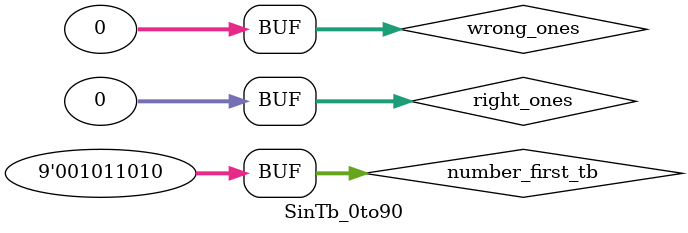
<source format=v>
`timescale 1ns / 1ps

module SinTb_0to90();

    reg [8:0]number_first_tb;
    wire whole_tb;
    wire [6:0]fraction_tb;
    wire sign_tb;
    reg [31:0]right_ones = 0;
    reg [31:0]wrong_ones = 0;
    
    Sin uut(.number_first(number_first_tb), 
            .whole(whole_tb), 
            .fraction(fraction_tb), 
            .sign(sign_tb)
            );
    
    initial begin
        number_first_tb = 0;
        //Exact Result = 0.0
        #5
        if((whole_tb == 0)&(fraction_tb == 0)&(sign_tb == 0)) begin
            right_ones = right_ones + 1;
        end
        if((whole_tb != 0)|(fraction_tb != 0)|(sign_tb != 0)) begin
            wrong_ones = wrong_ones + 1;
        end
        #5;
        number_first_tb = 1;
        //Exact Result = 0.01745240643728351
        #5
        if((whole_tb == 0)&(fraction_tb == 1)&(sign_tb == 0)) begin
            right_ones = right_ones + 1;
        end
        if((whole_tb != 0)|(fraction_tb != 1)|(sign_tb != 0)) begin
            wrong_ones = wrong_ones + 1;
        end
        #5;
        number_first_tb = 2;
        //Exact Result = 0.03489949670250097
        #5
        if((whole_tb == 0)&(fraction_tb == 3)&(sign_tb == 0)) begin
            right_ones = right_ones + 1;
        end
        if((whole_tb != 0)|(fraction_tb != 3)|(sign_tb != 0)) begin
            wrong_ones = wrong_ones + 1;
        end
        #5;
        number_first_tb = 3;
        //Exact Result = 0.052335956242943835
        #5
        if((whole_tb == 0)&(fraction_tb == 5)&(sign_tb == 0)) begin
            right_ones = right_ones + 1;
        end
        if((whole_tb != 0)|(fraction_tb != 5)|(sign_tb != 0)) begin
            wrong_ones = wrong_ones + 1;
        end
        #5;
        number_first_tb = 4;
        //Exact Result = 0.0697564737441253
        #5
        if((whole_tb == 0)&(fraction_tb == 6)&(sign_tb == 0)) begin
            right_ones = right_ones + 1;
        end
        if((whole_tb != 0)|(fraction_tb != 6)|(sign_tb != 0)) begin
            wrong_ones = wrong_ones + 1;
        end
        #5;
        number_first_tb = 5;
        //Exact Result = 0.08715574274765817
        #5
        if((whole_tb == 0)&(fraction_tb == 8)&(sign_tb == 0)) begin
            right_ones = right_ones + 1;
        end
        if((whole_tb != 0)|(fraction_tb != 8)|(sign_tb != 0)) begin
            wrong_ones = wrong_ones + 1;
        end
        #5;
        number_first_tb = 6;
        //Exact Result = 0.10452846326765347
        #5
        if((whole_tb == 0)&(fraction_tb == 10)&(sign_tb == 0)) begin
            right_ones = right_ones + 1;
        end
        if((whole_tb != 0)|(fraction_tb != 10)|(sign_tb != 0)) begin
            wrong_ones = wrong_ones + 1;
        end
        #5;
        number_first_tb = 7;
        //Exact Result = 0.12186934340514748
        #5
        if((whole_tb == 0)&(fraction_tb == 12)&(sign_tb == 0)) begin
            right_ones = right_ones + 1;
        end
        if((whole_tb != 0)|(fraction_tb != 12)|(sign_tb != 0)) begin
            wrong_ones = wrong_ones + 1;
        end
        #5;
        number_first_tb = 8;
        //Exact Result = 0.13917310096006544
        #5
        if((whole_tb == 0)&(fraction_tb == 13)&(sign_tb == 0)) begin
            right_ones = right_ones + 1;
        end
        if((whole_tb != 0)|(fraction_tb != 13)|(sign_tb != 0)) begin
            wrong_ones = wrong_ones + 1;
        end
        #5;
        number_first_tb = 9;
        //Exact Result = 0.15643446504023087
        #5
        if((whole_tb == 0)&(fraction_tb == 15)&(sign_tb == 0)) begin
            right_ones = right_ones + 1;
        end
        if((whole_tb != 0)|(fraction_tb != 15)|(sign_tb != 0)) begin
            wrong_ones = wrong_ones + 1;
        end
        #5;
        number_first_tb = 10;
        //Exact Result = 0.17364817766693033
        #5
        if((whole_tb == 0)&(fraction_tb == 17)&(sign_tb == 0)) begin
            right_ones = right_ones + 1;
        end
        if((whole_tb != 0)|(fraction_tb != 17)|(sign_tb != 0)) begin
            wrong_ones = wrong_ones + 1;
        end
        #5;
        number_first_tb = 11;
        //Exact Result = 0.1908089953765448
        #5
        if((whole_tb == 0)&(fraction_tb == 19)&(sign_tb == 0)) begin
            right_ones = right_ones + 1;
        end
        if((whole_tb != 0)|(fraction_tb != 19)|(sign_tb != 0)) begin
            wrong_ones = wrong_ones + 1;
        end
        #5;
        number_first_tb = 12;
        //Exact Result = 0.20791169081775934
        #5
        if((whole_tb == 0)&(fraction_tb == 20)&(sign_tb == 0)) begin
            right_ones = right_ones + 1;
        end
        if((whole_tb != 0)|(fraction_tb != 20)|(sign_tb != 0)) begin
            wrong_ones = wrong_ones + 1;
        end
        #5;
        number_first_tb = 13;
        //Exact Result = 0.224951054343865
        #5
        if((whole_tb == 0)&(fraction_tb == 22)&(sign_tb == 0)) begin
            right_ones = right_ones + 1;
        end
        if((whole_tb != 0)|(fraction_tb != 22)|(sign_tb != 0)) begin
            wrong_ones = wrong_ones + 1;
        end
        #5;
        number_first_tb = 14;
        //Exact Result = 0.24192189559966773
        #5
        if((whole_tb == 0)&(fraction_tb == 24)&(sign_tb == 0)) begin
            right_ones = right_ones + 1;
        end
        if((whole_tb != 0)|(fraction_tb != 24)|(sign_tb != 0)) begin
            wrong_ones = wrong_ones + 1;
        end
        #5;
        number_first_tb = 15;
        //Exact Result = 0.25881904510252074
        #5
        if((whole_tb == 0)&(fraction_tb == 25)&(sign_tb == 0)) begin
            right_ones = right_ones + 1;
        end
        if((whole_tb != 0)|(fraction_tb != 25)|(sign_tb != 0)) begin
            wrong_ones = wrong_ones + 1;
        end
        #5;
        number_first_tb = 16;
        //Exact Result = 0.27563735581699916
        #5
        if((whole_tb == 0)&(fraction_tb == 27)&(sign_tb == 0)) begin
            right_ones = right_ones + 1;
        end
        if((whole_tb != 0)|(fraction_tb != 27)|(sign_tb != 0)) begin
            wrong_ones = wrong_ones + 1;
        end
        #5;
        number_first_tb = 17;
        //Exact Result = 0.29237170472273677
        #5
        if((whole_tb == 0)&(fraction_tb == 29)&(sign_tb == 0)) begin
            right_ones = right_ones + 1;
        end
        if((whole_tb != 0)|(fraction_tb != 29)|(sign_tb != 0)) begin
            wrong_ones = wrong_ones + 1;
        end
        #5;
        number_first_tb = 18;
        //Exact Result = 0.3090169943749474
        #5
        if((whole_tb == 0)&(fraction_tb == 30)&(sign_tb == 0)) begin
            right_ones = right_ones + 1;
        end
        if((whole_tb != 0)|(fraction_tb != 30)|(sign_tb != 0)) begin
            wrong_ones = wrong_ones + 1;
        end
        #5;
        number_first_tb = 19;
        //Exact Result = 0.3255681544571567
        #5
        if((whole_tb == 0)&(fraction_tb == 32)&(sign_tb == 0)) begin
            right_ones = right_ones + 1;
        end
        if((whole_tb != 0)|(fraction_tb != 32)|(sign_tb != 0)) begin
            wrong_ones = wrong_ones + 1;
        end
        #5;
        number_first_tb = 20;
        //Exact Result = 0.3420201433256687
        #5
        if((whole_tb == 0)&(fraction_tb == 34)&(sign_tb == 0)) begin
            right_ones = right_ones + 1;
        end
        if((whole_tb != 0)|(fraction_tb != 34)|(sign_tb != 0)) begin
            wrong_ones = wrong_ones + 1;
        end
        #5;
        number_first_tb = 21;
        //Exact Result = 0.35836794954530027
        #5
        if((whole_tb == 0)&(fraction_tb == 35)&(sign_tb == 0)) begin
            right_ones = right_ones + 1;
        end
        if((whole_tb != 0)|(fraction_tb != 35)|(sign_tb != 0)) begin
            wrong_ones = wrong_ones + 1;
        end
        #5;
        number_first_tb = 22;
        //Exact Result = 0.374606593415912
        #5
        if((whole_tb == 0)&(fraction_tb == 37)&(sign_tb == 0)) begin
            right_ones = right_ones + 1;
        end
        if((whole_tb != 0)|(fraction_tb != 37)|(sign_tb != 0)) begin
            wrong_ones = wrong_ones + 1;
        end
        #5;
        number_first_tb = 23;
        //Exact Result = 0.39073112848927377
        #5
        if((whole_tb == 0)&(fraction_tb == 39)&(sign_tb == 0)) begin
            right_ones = right_ones + 1;
        end
        if((whole_tb != 0)|(fraction_tb != 39)|(sign_tb != 0)) begin
            wrong_ones = wrong_ones + 1;
        end
        #5;
        number_first_tb = 24;
        //Exact Result = 0.4067366430758002
        #5
        if((whole_tb == 0)&(fraction_tb == 40)&(sign_tb == 0)) begin
            right_ones = right_ones + 1;
        end
        if((whole_tb != 0)|(fraction_tb != 40)|(sign_tb != 0)) begin
            wrong_ones = wrong_ones + 1;
        end
        #5;
        number_first_tb = 25;
        //Exact Result = 0.42261826174069944
        #5
        if((whole_tb == 0)&(fraction_tb == 42)&(sign_tb == 0)) begin
            right_ones = right_ones + 1;
        end
        if((whole_tb != 0)|(fraction_tb != 42)|(sign_tb != 0)) begin
            wrong_ones = wrong_ones + 1;
        end
        #5;
        number_first_tb = 26;
        //Exact Result = 0.4383711467890774
        #5
        if((whole_tb == 0)&(fraction_tb == 43)&(sign_tb == 0)) begin
            right_ones = right_ones + 1;
        end
        if((whole_tb != 0)|(fraction_tb != 43)|(sign_tb != 0)) begin
            wrong_ones = wrong_ones + 1;
        end
        #5;
        number_first_tb = 27;
        //Exact Result = 0.45399049973954675
        #5
        if((whole_tb == 0)&(fraction_tb == 45)&(sign_tb == 0)) begin
            right_ones = right_ones + 1;
        end
        if((whole_tb != 0)|(fraction_tb != 45)|(sign_tb != 0)) begin
            wrong_ones = wrong_ones + 1;
        end
        #5;
        number_first_tb = 28;
        //Exact Result = 0.4694715627858908
        #5
        if((whole_tb == 0)&(fraction_tb == 46)&(sign_tb == 0)) begin
            right_ones = right_ones + 1;
        end
        if((whole_tb != 0)|(fraction_tb != 46)|(sign_tb != 0)) begin
            wrong_ones = wrong_ones + 1;
        end
        #5;
        number_first_tb = 29;
        //Exact Result = 0.48480962024633706
        #5
        if((whole_tb == 0)&(fraction_tb == 48)&(sign_tb == 0)) begin
            right_ones = right_ones + 1;
        end
        if((whole_tb != 0)|(fraction_tb != 48)|(sign_tb != 0)) begin
            wrong_ones = wrong_ones + 1;
        end
        #5;
        number_first_tb = 30;
        //Exact Result = 0.49999999999999994
        #5
        if((whole_tb == 0)&(fraction_tb == 50)&(sign_tb == 0)) begin
            right_ones = right_ones + 1;
        end
        if((whole_tb != 0)|(fraction_tb != 50)|(sign_tb != 0)) begin
            wrong_ones = wrong_ones + 1;
        end
        #5;
        number_first_tb = 31;
        //Exact Result = 0.5150380749100542
        #5
        if((whole_tb == 0)&(fraction_tb == 51)&(sign_tb == 0)) begin
            right_ones = right_ones + 1;
        end
        if((whole_tb != 0)|(fraction_tb != 51)|(sign_tb != 0)) begin
            wrong_ones = wrong_ones + 1;
        end
        #5;
        number_first_tb = 32;
        //Exact Result = 0.5299192642332049
        #5
        if((whole_tb == 0)&(fraction_tb == 52)&(sign_tb == 0)) begin
            right_ones = right_ones + 1;
        end
        if((whole_tb != 0)|(fraction_tb != 52)|(sign_tb != 0)) begin
            wrong_ones = wrong_ones + 1;
        end
        #5;
        number_first_tb = 33;
        //Exact Result = 0.5446390350150271
        #5
        if((whole_tb == 0)&(fraction_tb == 54)&(sign_tb == 0)) begin
            right_ones = right_ones + 1;
        end
        if((whole_tb != 0)|(fraction_tb != 54)|(sign_tb != 0)) begin
            wrong_ones = wrong_ones + 1;
        end
        #5;
        number_first_tb = 34;
        //Exact Result = 0.5591929034707469
        #5
        if((whole_tb == 0)&(fraction_tb == 55)&(sign_tb == 0)) begin
            right_ones = right_ones + 1;
        end
        if((whole_tb != 0)|(fraction_tb != 55)|(sign_tb != 0)) begin
            wrong_ones = wrong_ones + 1;
        end
        #5;
        number_first_tb = 35;
        //Exact Result = 0.573576436351046
        #5
        if((whole_tb == 0)&(fraction_tb == 57)&(sign_tb == 0)) begin
            right_ones = right_ones + 1;
        end
        if((whole_tb != 0)|(fraction_tb != 57)|(sign_tb != 0)) begin
            wrong_ones = wrong_ones + 1;
        end
        #5;
        number_first_tb = 36;
        //Exact Result = 0.5877852522924731
        #5
        if((whole_tb == 0)&(fraction_tb == 58)&(sign_tb == 0)) begin
            right_ones = right_ones + 1;
        end
        if((whole_tb != 0)|(fraction_tb != 58)|(sign_tb != 0)) begin
            wrong_ones = wrong_ones + 1;
        end
        #5;
        number_first_tb = 37;
        //Exact Result = 0.6018150231520483
        #5
        if((whole_tb == 0)&(fraction_tb == 60)&(sign_tb == 0)) begin
            right_ones = right_ones + 1;
        end
        if((whole_tb != 0)|(fraction_tb != 60)|(sign_tb != 0)) begin
            wrong_ones = wrong_ones + 1;
        end
        #5;
        number_first_tb = 38;
        //Exact Result = 0.6156614753256583
        #5
        if((whole_tb == 0)&(fraction_tb == 61)&(sign_tb == 0)) begin
            right_ones = right_ones + 1;
        end
        if((whole_tb != 0)|(fraction_tb != 61)|(sign_tb != 0)) begin
            wrong_ones = wrong_ones + 1;
        end
        #5;
        number_first_tb = 39;
        //Exact Result = 0.6293203910498374
        #5
        if((whole_tb == 0)&(fraction_tb == 62)&(sign_tb == 0)) begin
            right_ones = right_ones + 1;
        end
        if((whole_tb != 0)|(fraction_tb != 62)|(sign_tb != 0)) begin
            wrong_ones = wrong_ones + 1;
        end
        #5;
        number_first_tb = 40;
        //Exact Result = 0.6427876096865393
        #5
        if((whole_tb == 0)&(fraction_tb == 64)&(sign_tb == 0)) begin
            right_ones = right_ones + 1;
        end
        if((whole_tb != 0)|(fraction_tb != 64)|(sign_tb != 0)) begin
            wrong_ones = wrong_ones + 1;
        end
        #5;
        number_first_tb = 41;
        //Exact Result = 0.6560590289905073
        #5
        if((whole_tb == 0)&(fraction_tb == 65)&(sign_tb == 0)) begin
            right_ones = right_ones + 1;
        end
        if((whole_tb != 0)|(fraction_tb != 65)|(sign_tb != 0)) begin
            wrong_ones = wrong_ones + 1;
        end
        #5;
        number_first_tb = 42;
        //Exact Result = 0.6691306063588582
        #5
        if((whole_tb == 0)&(fraction_tb == 66)&(sign_tb == 0)) begin
            right_ones = right_ones + 1;
        end
        if((whole_tb != 0)|(fraction_tb != 66)|(sign_tb != 0)) begin
            wrong_ones = wrong_ones + 1;
        end
        #5;
        number_first_tb = 43;
        //Exact Result = 0.6819983600624985
        #5
        if((whole_tb == 0)&(fraction_tb == 68)&(sign_tb == 0)) begin
            right_ones = right_ones + 1;
        end
        if((whole_tb != 0)|(fraction_tb != 68)|(sign_tb != 0)) begin
            wrong_ones = wrong_ones + 1;
        end
        #5;
        number_first_tb = 44;
        //Exact Result = 0.6946583704589973
        #5
        if((whole_tb == 0)&(fraction_tb == 69)&(sign_tb == 0)) begin
            right_ones = right_ones + 1;
        end
        if((whole_tb != 0)|(fraction_tb != 69)|(sign_tb != 0)) begin
            wrong_ones = wrong_ones + 1;
        end
        #5;
        number_first_tb = 45;
        //Exact Result = 0.7071067811865476
        #5
        if((whole_tb == 0)&(fraction_tb == 70)&(sign_tb == 0)) begin
            right_ones = right_ones + 1;
        end
        if((whole_tb != 0)|(fraction_tb != 70)|(sign_tb != 0)) begin
            wrong_ones = wrong_ones + 1;
        end
        #5;
        number_first_tb = 46;
        //Exact Result = 0.7193398003386512
        #5
        if((whole_tb == 0)&(fraction_tb == 71)&(sign_tb == 0)) begin
            right_ones = right_ones + 1;
        end
        if((whole_tb != 0)|(fraction_tb != 71)|(sign_tb != 0)) begin
            wrong_ones = wrong_ones + 1;
        end
        #5;
        number_first_tb = 47;
        //Exact Result = 0.7313537016191705
        #5
        if((whole_tb == 0)&(fraction_tb == 73)&(sign_tb == 0)) begin
            right_ones = right_ones + 1;
        end
        if((whole_tb != 0)|(fraction_tb != 73)|(sign_tb != 0)) begin
            wrong_ones = wrong_ones + 1;
        end
        #5;
        number_first_tb = 48;
        //Exact Result = 0.7431448254773942
        #5
        if((whole_tb == 0)&(fraction_tb == 74)&(sign_tb == 0)) begin
            right_ones = right_ones + 1;
        end
        if((whole_tb != 0)|(fraction_tb != 74)|(sign_tb != 0)) begin
            wrong_ones = wrong_ones + 1;
        end
        #5;
        number_first_tb = 49;
        //Exact Result = 0.754709580222772
        #5
        if((whole_tb == 0)&(fraction_tb == 75)&(sign_tb == 0)) begin
            right_ones = right_ones + 1;
        end
        if((whole_tb != 0)|(fraction_tb != 75)|(sign_tb != 0)) begin
            wrong_ones = wrong_ones + 1;
        end
        #5;
        number_first_tb = 50;
        //Exact Result = 0.766044443118978
        #5
        if((whole_tb == 0)&(fraction_tb == 76)&(sign_tb == 0)) begin
            right_ones = right_ones + 1;
        end
        if((whole_tb != 0)|(fraction_tb != 76)|(sign_tb != 0)) begin
            wrong_ones = wrong_ones + 1;
        end
        #5;
        number_first_tb = 51;
        //Exact Result = 0.7771459614569709
        #5
        if((whole_tb == 0)&(fraction_tb == 77)&(sign_tb == 0)) begin
            right_ones = right_ones + 1;
        end
        if((whole_tb != 0)|(fraction_tb != 77)|(sign_tb != 0)) begin
            wrong_ones = wrong_ones + 1;
        end
        #5;
        number_first_tb = 52;
        //Exact Result = 0.788010753606722
        #5
        if((whole_tb == 0)&(fraction_tb == 78)&(sign_tb == 0)) begin
            right_ones = right_ones + 1;
        end
        if((whole_tb != 0)|(fraction_tb != 78)|(sign_tb != 0)) begin
            wrong_ones = wrong_ones + 1;
        end
        #5;
        number_first_tb = 53;
        //Exact Result = 0.7986355100472928
        #5
        if((whole_tb == 0)&(fraction_tb == 79)&(sign_tb == 0)) begin
            right_ones = right_ones + 1;
        end
        if((whole_tb != 0)|(fraction_tb != 79)|(sign_tb != 0)) begin
            wrong_ones = wrong_ones + 1;
        end
        #5;
        number_first_tb = 54;
        //Exact Result = 0.8090169943749475
        #5
        if((whole_tb == 0)&(fraction_tb == 80)&(sign_tb == 0)) begin
            right_ones = right_ones + 1;
        end
        if((whole_tb != 0)|(fraction_tb != 80)|(sign_tb != 0)) begin
            wrong_ones = wrong_ones + 1;
        end
        #5;
        number_first_tb = 55;
        //Exact Result = 0.8191520442889918
        #5
        if((whole_tb == 0)&(fraction_tb == 81)&(sign_tb == 0)) begin
            right_ones = right_ones + 1;
        end
        if((whole_tb != 0)|(fraction_tb != 81)|(sign_tb != 0)) begin
            wrong_ones = wrong_ones + 1;
        end
        #5;
        number_first_tb = 56;
        //Exact Result = 0.8290375725550417
        #5
        if((whole_tb == 0)&(fraction_tb == 82)&(sign_tb == 0)) begin
            right_ones = right_ones + 1;
        end
        if((whole_tb != 0)|(fraction_tb != 82)|(sign_tb != 0)) begin
            wrong_ones = wrong_ones + 1;
        end
        #5;
        number_first_tb = 57;
        //Exact Result = 0.838670567945424
        #5
        if((whole_tb == 0)&(fraction_tb == 83)&(sign_tb == 0)) begin
            right_ones = right_ones + 1;
        end
        if((whole_tb != 0)|(fraction_tb != 83)|(sign_tb != 0)) begin
            wrong_ones = wrong_ones + 1;
        end
        #5;
        number_first_tb = 58;
        //Exact Result = 0.8480480961564261
        #5
        if((whole_tb == 0)&(fraction_tb == 84)&(sign_tb == 0)) begin
            right_ones = right_ones + 1;
        end
        if((whole_tb != 0)|(fraction_tb != 84)|(sign_tb != 0)) begin
            wrong_ones = wrong_ones + 1;
        end
        #5;
        number_first_tb = 59;
        //Exact Result = 0.8571673007021123
        #5
        if((whole_tb == 0)&(fraction_tb == 85)&(sign_tb == 0)) begin
            right_ones = right_ones + 1;
        end
        if((whole_tb != 0)|(fraction_tb != 85)|(sign_tb != 0)) begin
            wrong_ones = wrong_ones + 1;
        end
        #5;
        number_first_tb = 60;
        //Exact Result = 0.8660254037844386
        #5
        if((whole_tb == 0)&(fraction_tb == 86)&(sign_tb == 0)) begin
            right_ones = right_ones + 1;
        end
        if((whole_tb != 0)|(fraction_tb != 86)|(sign_tb != 0)) begin
            wrong_ones = wrong_ones + 1;
        end
        #5;
        number_first_tb = 61;
        //Exact Result = 0.8746197071393957
        #5
        if((whole_tb == 0)&(fraction_tb == 87)&(sign_tb == 0)) begin
            right_ones = right_ones + 1;
        end
        if((whole_tb != 0)|(fraction_tb != 87)|(sign_tb != 0)) begin
            wrong_ones = wrong_ones + 1;
        end
        #5;
        number_first_tb = 62;
        //Exact Result = 0.8829475928589269
        #5
        if((whole_tb == 0)&(fraction_tb == 88)&(sign_tb == 0)) begin
            right_ones = right_ones + 1;
        end
        if((whole_tb != 0)|(fraction_tb != 88)|(sign_tb != 0)) begin
            wrong_ones = wrong_ones + 1;
        end
        #5;
        number_first_tb = 63;
        //Exact Result = 0.8910065241883678
        #5
        if((whole_tb == 0)&(fraction_tb == 89)&(sign_tb == 0)) begin
            right_ones = right_ones + 1;
        end
        if((whole_tb != 0)|(fraction_tb != 89)|(sign_tb != 0)) begin
            wrong_ones = wrong_ones + 1;
        end
        #5;
        number_first_tb = 64;
        //Exact Result = 0.898794046299167
        #5
        if((whole_tb == 0)&(fraction_tb == 89)&(sign_tb == 0)) begin
            right_ones = right_ones + 1;
        end
        if((whole_tb != 0)|(fraction_tb != 89)|(sign_tb != 0)) begin
            wrong_ones = wrong_ones + 1;
        end
        #5;
        number_first_tb = 65;
        //Exact Result = 0.9063077870366499
        #5
        if((whole_tb == 0)&(fraction_tb == 90)&(sign_tb == 0)) begin
            right_ones = right_ones + 1;
        end
        if((whole_tb != 0)|(fraction_tb != 90)|(sign_tb != 0)) begin
            wrong_ones = wrong_ones + 1;
        end
        #5;
        number_first_tb = 66;
        //Exact Result = 0.9135454576426009
        #5
        if((whole_tb == 0)&(fraction_tb == 91)&(sign_tb == 0)) begin
            right_ones = right_ones + 1;
        end
        if((whole_tb != 0)|(fraction_tb != 91)|(sign_tb != 0)) begin
            wrong_ones = wrong_ones + 1;
        end
        #5;
        number_first_tb = 67;
        //Exact Result = 0.9205048534524404
        #5
        if((whole_tb == 0)&(fraction_tb == 92)&(sign_tb == 0)) begin
            right_ones = right_ones + 1;
        end
        if((whole_tb != 0)|(fraction_tb != 92)|(sign_tb != 0)) begin
            wrong_ones = wrong_ones + 1;
        end
        #5;
        number_first_tb = 68;
        //Exact Result = 0.9271838545667874
        #5
        if((whole_tb == 0)&(fraction_tb == 92)&(sign_tb == 0)) begin
            right_ones = right_ones + 1;
        end
        if((whole_tb != 0)|(fraction_tb != 92)|(sign_tb != 0)) begin
            wrong_ones = wrong_ones + 1;
        end
        #5;
        number_first_tb = 69;
        //Exact Result = 0.9335804264972017
        #5
        if((whole_tb == 0)&(fraction_tb == 93)&(sign_tb == 0)) begin
            right_ones = right_ones + 1;
        end
        if((whole_tb != 0)|(fraction_tb != 93)|(sign_tb != 0)) begin
            wrong_ones = wrong_ones + 1;
        end
        #5;
        number_first_tb = 70;
        //Exact Result = 0.9396926207859083
        #5
        if((whole_tb == 0)&(fraction_tb == 93)&(sign_tb == 0)) begin
            right_ones = right_ones + 1;
        end
        if((whole_tb != 0)|(fraction_tb != 93)|(sign_tb != 0)) begin
            wrong_ones = wrong_ones + 1;
        end
        #5;
        number_first_tb = 71;
        //Exact Result = 0.9455185755993167
        #5
        if((whole_tb == 0)&(fraction_tb == 94)&(sign_tb == 0)) begin
            right_ones = right_ones + 1;
        end
        if((whole_tb != 0)|(fraction_tb != 94)|(sign_tb != 0)) begin
            wrong_ones = wrong_ones + 1;
        end
        #5;
        number_first_tb = 72;
        //Exact Result = 0.9510565162951535
        #5
        if((whole_tb == 0)&(fraction_tb == 95)&(sign_tb == 0)) begin
            right_ones = right_ones + 1;
        end
        if((whole_tb != 0)|(fraction_tb != 95)|(sign_tb != 0)) begin
            wrong_ones = wrong_ones + 1;
        end
        #5;
        number_first_tb = 73;
        //Exact Result = 0.9563047559630354
        #5
        if((whole_tb == 0)&(fraction_tb == 95)&(sign_tb == 0)) begin
            right_ones = right_ones + 1;
        end
        if((whole_tb != 0)|(fraction_tb != 95)|(sign_tb != 0)) begin
            wrong_ones = wrong_ones + 1;
        end
        #5;
        number_first_tb = 74;
        //Exact Result = 0.9612616959383189
        #5
        if((whole_tb == 0)&(fraction_tb == 96)&(sign_tb == 0)) begin
            right_ones = right_ones + 1;
        end
        if((whole_tb != 0)|(fraction_tb != 96)|(sign_tb != 0)) begin
            wrong_ones = wrong_ones + 1;
        end
        #5;
        number_first_tb = 75;
        //Exact Result = 0.9659258262890683
        #5
        if((whole_tb == 0)&(fraction_tb == 96)&(sign_tb == 0)) begin
            right_ones = right_ones + 1;
        end
        if((whole_tb != 0)|(fraction_tb != 96)|(sign_tb != 0)) begin
            wrong_ones = wrong_ones + 1;
        end
        #5;
        number_first_tb = 76;
        //Exact Result = 0.9702957262759965
        #5
        if((whole_tb == 0)&(fraction_tb == 97)&(sign_tb == 0)) begin
            right_ones = right_ones + 1;
        end
        if((whole_tb != 0)|(fraction_tb != 97)|(sign_tb != 0)) begin
            wrong_ones = wrong_ones + 1;
        end
        #5;
        number_first_tb = 77;
        //Exact Result = 0.9743700647852352
        #5
        if((whole_tb == 0)&(fraction_tb == 97)&(sign_tb == 0)) begin
            right_ones = right_ones + 1;
        end
        if((whole_tb != 0)|(fraction_tb != 97)|(sign_tb != 0)) begin
            wrong_ones = wrong_ones + 1;
        end
        #5;
        number_first_tb = 78;
        //Exact Result = 0.9781476007338056
        #5
        if((whole_tb == 0)&(fraction_tb == 97)&(sign_tb == 0)) begin
            right_ones = right_ones + 1;
        end
        if((whole_tb != 0)|(fraction_tb != 97)|(sign_tb != 0)) begin
            wrong_ones = wrong_ones + 1;
        end
        #5;
        number_first_tb = 79;
        //Exact Result = 0.981627183447664
        #5
        if((whole_tb == 0)&(fraction_tb == 98)&(sign_tb == 0)) begin
            right_ones = right_ones + 1;
        end
        if((whole_tb != 0)|(fraction_tb != 98)|(sign_tb != 0)) begin
            wrong_ones = wrong_ones + 1;
        end
        #5;
        number_first_tb = 80;
        //Exact Result = 0.984807753012208
        #5
        if((whole_tb == 0)&(fraction_tb == 98)&(sign_tb == 0)) begin
            right_ones = right_ones + 1;
        end
        if((whole_tb != 0)|(fraction_tb != 98)|(sign_tb != 0)) begin
            wrong_ones = wrong_ones + 1;
        end
        #5;
        number_first_tb = 81;
        //Exact Result = 0.9876883405951378
        #5
        if((whole_tb == 0)&(fraction_tb == 98)&(sign_tb == 0)) begin
            right_ones = right_ones + 1;
        end
        if((whole_tb != 0)|(fraction_tb != 98)|(sign_tb != 0)) begin
            wrong_ones = wrong_ones + 1;
        end
        #5;
        number_first_tb = 82;
        //Exact Result = 0.9902680687415704
        #5
        if((whole_tb == 0)&(fraction_tb == 99)&(sign_tb == 0)) begin
            right_ones = right_ones + 1;
        end
        if((whole_tb != 0)|(fraction_tb != 99)|(sign_tb != 0)) begin
            wrong_ones = wrong_ones + 1;
        end
        #5;
        number_first_tb = 83;
        //Exact Result = 0.992546151641322
        #5
        if((whole_tb == 0)&(fraction_tb == 99)&(sign_tb == 0)) begin
            right_ones = right_ones + 1;
        end
        if((whole_tb != 0)|(fraction_tb != 99)|(sign_tb != 0)) begin
            wrong_ones = wrong_ones + 1;
        end
        #5;
        number_first_tb = 84;
        //Exact Result = 0.9945218953682733
        #5
        if((whole_tb == 0)&(fraction_tb == 99)&(sign_tb == 0)) begin
            right_ones = right_ones + 1;
        end
        if((whole_tb != 0)|(fraction_tb != 99)|(sign_tb != 0)) begin
            wrong_ones = wrong_ones + 1;
        end
        #5;
        number_first_tb = 85;
        //Exact Result = 0.9961946980917455
        #5
        if((whole_tb == 0)&(fraction_tb == 99)&(sign_tb == 0)) begin
            right_ones = right_ones + 1;
        end
        if((whole_tb != 0)|(fraction_tb != 99)|(sign_tb != 0)) begin
            wrong_ones = wrong_ones + 1;
        end
        #5;
        number_first_tb = 86;
        //Exact Result = 0.9975640502598242
        #5
        if((whole_tb == 0)&(fraction_tb == 99)&(sign_tb == 0)) begin
            right_ones = right_ones + 1;
        end
        if((whole_tb != 0)|(fraction_tb != 99)|(sign_tb != 0)) begin
            wrong_ones = wrong_ones + 1;
        end
        #5;
        number_first_tb = 87;
        //Exact Result = 0.9986295347545738
        #5
        if((whole_tb == 0)&(fraction_tb == 99)&(sign_tb == 0)) begin
            right_ones = right_ones + 1;
        end
        if((whole_tb != 0)|(fraction_tb != 99)|(sign_tb != 0)) begin
            wrong_ones = wrong_ones + 1;
        end
        #5;
        number_first_tb = 88;
        //Exact Result = 0.9993908270190958
        #5
        if((whole_tb == 0)&(fraction_tb == 99)&(sign_tb == 0)) begin
            right_ones = right_ones + 1;
        end
        if((whole_tb != 0)|(fraction_tb != 99)|(sign_tb != 0)) begin
            wrong_ones = wrong_ones + 1;
        end
        #5;
        number_first_tb = 89;
        //Exact Result = 0.9998476951563913
        #5
        if((whole_tb == 0)&(fraction_tb == 99)&(sign_tb == 0)) begin
            right_ones = right_ones + 1;
        end
        if((whole_tb != 0)|(fraction_tb != 99)|(sign_tb != 0)) begin
            wrong_ones = wrong_ones + 1;
        end
        #5;
        number_first_tb = 90;
        //Exact Result = 1.0
        #5
        if((whole_tb == 1)&(fraction_tb == 0)&(sign_tb == 0)) begin
            right_ones = right_ones + 1;
        end
        if((whole_tb != 1)|(fraction_tb != 0)|(sign_tb != 0)) begin
            wrong_ones = wrong_ones + 1;
        end
        #5;
    end

endmodule

</source>
